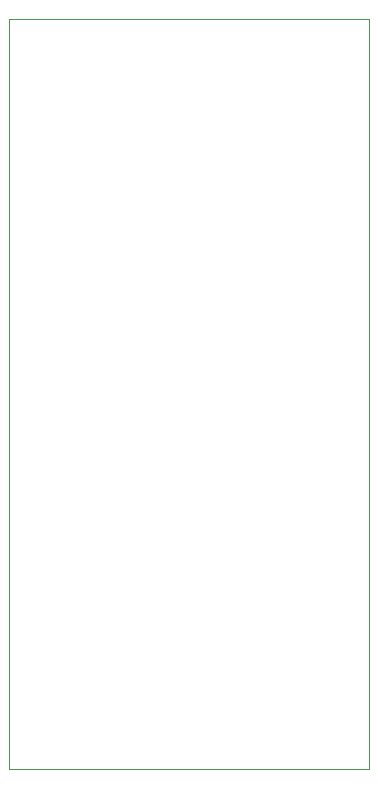
<source format=gbr>
%TF.GenerationSoftware,KiCad,Pcbnew,9.0.3-9.0.3-0~ubuntu24.04.1*%
%TF.CreationDate,2025-09-06T02:21:12+02:00*%
%TF.ProjectId,board_nfz330_nfz400,626f6172-645f-46e6-967a-3333305f6e66,rev?*%
%TF.SameCoordinates,Original*%
%TF.FileFunction,Profile,NP*%
%FSLAX46Y46*%
G04 Gerber Fmt 4.6, Leading zero omitted, Abs format (unit mm)*
G04 Created by KiCad (PCBNEW 9.0.3-9.0.3-0~ubuntu24.04.1) date 2025-09-06 02:21:12*
%MOMM*%
%LPD*%
G01*
G04 APERTURE LIST*
%TA.AperFunction,Profile*%
%ADD10C,0.050000*%
%TD*%
G04 APERTURE END LIST*
D10*
X55349000Y-67559000D02*
X85829000Y-67559000D01*
X85829000Y-131059000D01*
X55349000Y-131059000D01*
X55349000Y-67559000D01*
M02*

</source>
